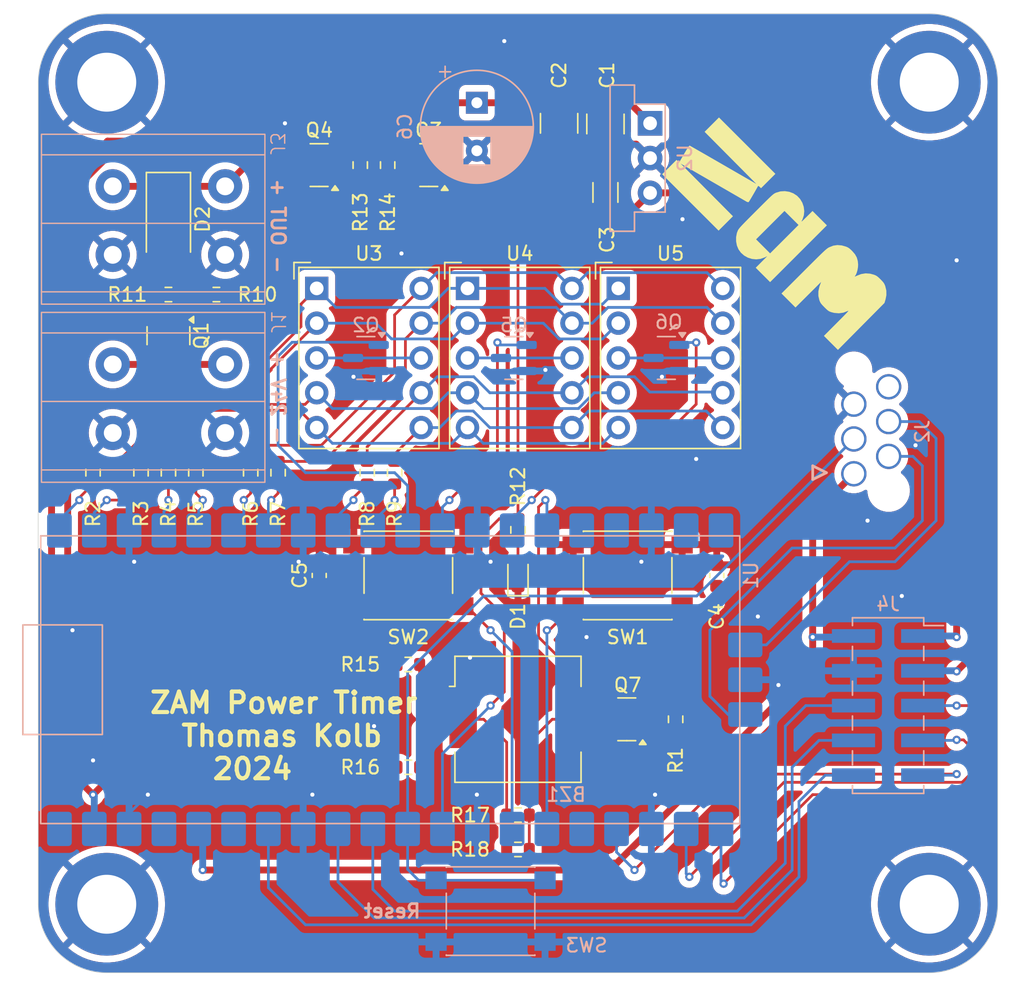
<source format=kicad_pcb>
(kicad_pcb
	(version 20240108)
	(generator "pcbnew")
	(generator_version "8.0")
	(general
		(thickness 1.6)
		(legacy_teardrops no)
	)
	(paper "A4")
	(title_block
		(comment 4 "AISLER Project ID: TXKPMJIY")
	)
	(layers
		(0 "F.Cu" signal)
		(31 "B.Cu" signal)
		(32 "B.Adhes" user "B.Adhesive")
		(33 "F.Adhes" user "F.Adhesive")
		(34 "B.Paste" user)
		(35 "F.Paste" user)
		(36 "B.SilkS" user "B.Silkscreen")
		(37 "F.SilkS" user "F.Silkscreen")
		(38 "B.Mask" user)
		(39 "F.Mask" user)
		(40 "Dwgs.User" user "User.Drawings")
		(41 "Cmts.User" user "User.Comments")
		(42 "Eco1.User" user "User.Eco1")
		(43 "Eco2.User" user "User.Eco2")
		(44 "Edge.Cuts" user)
		(45 "Margin" user)
		(46 "B.CrtYd" user "B.Courtyard")
		(47 "F.CrtYd" user "F.Courtyard")
		(48 "B.Fab" user)
		(49 "F.Fab" user)
		(50 "User.1" user)
		(51 "User.2" user)
		(52 "User.3" user)
		(53 "User.4" user)
		(54 "User.5" user)
		(55 "User.6" user)
		(56 "User.7" user)
		(57 "User.8" user)
		(58 "User.9" user)
	)
	(setup
		(stackup
			(layer "F.SilkS"
				(type "Top Silk Screen")
			)
			(layer "F.Paste"
				(type "Top Solder Paste")
			)
			(layer "F.Mask"
				(type "Top Solder Mask")
				(thickness 0.01)
			)
			(layer "F.Cu"
				(type "copper")
				(thickness 0.035)
			)
			(layer "dielectric 1"
				(type "core")
				(thickness 1.51)
				(material "FR4")
				(epsilon_r 4.5)
				(loss_tangent 0.02)
			)
			(layer "B.Cu"
				(type "copper")
				(thickness 0.035)
			)
			(layer "B.Mask"
				(type "Bottom Solder Mask")
				(thickness 0.01)
			)
			(layer "B.Paste"
				(type "Bottom Solder Paste")
			)
			(layer "B.SilkS"
				(type "Bottom Silk Screen")
			)
			(copper_finish "None")
			(dielectric_constraints no)
		)
		(pad_to_mask_clearance 0)
		(allow_soldermask_bridges_in_footprints no)
		(grid_origin 61 124)
		(pcbplotparams
			(layerselection 0x00010fc_ffffffff)
			(plot_on_all_layers_selection 0x0000000_00000000)
			(disableapertmacros no)
			(usegerberextensions no)
			(usegerberattributes yes)
			(usegerberadvancedattributes yes)
			(creategerberjobfile yes)
			(dashed_line_dash_ratio 12.000000)
			(dashed_line_gap_ratio 3.000000)
			(svgprecision 4)
			(plotframeref no)
			(viasonmask no)
			(mode 1)
			(useauxorigin no)
			(hpglpennumber 1)
			(hpglpenspeed 20)
			(hpglpendiameter 15.000000)
			(pdf_front_fp_property_popups yes)
			(pdf_back_fp_property_popups yes)
			(dxfpolygonmode yes)
			(dxfimperialunits yes)
			(dxfusepcbnewfont yes)
			(psnegative no)
			(psa4output no)
			(plotreference yes)
			(plotvalue yes)
			(plotfptext yes)
			(plotinvisibletext no)
			(sketchpadsonfab no)
			(subtractmaskfromsilk no)
			(outputformat 1)
			(mirror no)
			(drillshape 1)
			(scaleselection 1)
			(outputdirectory "")
		)
	)
	(net 0 "")
	(net 1 "Net-(BZ1--)")
	(net 2 "Net-(BZ1-+)")
	(net 3 "+24V")
	(net 4 "GND")
	(net 5 "+5V")
	(net 6 "Net-(U1-GP20)")
	(net 7 "Net-(U1-GP21)")
	(net 8 "Net-(D1-A)")
	(net 9 "Net-(D2-K)")
	(net 10 "Net-(J1-Pin_1)")
	(net 11 "Net-(J2-SWCLK)")
	(net 12 "unconnected-(J2-SWO-Pad6)")
	(net 13 "Net-(J2-~{RESET})")
	(net 14 "Net-(J2-SWDIO)")
	(net 15 "+3.3V")
	(net 16 "/EXP2")
	(net 17 "/EXP3")
	(net 18 "/EXP4")
	(net 19 "/EXP1")
	(net 20 "/EXP6")
	(net 21 "/EXP5")
	(net 22 "Net-(Q1-G)")
	(net 23 "Net-(Q2-D)")
	(net 24 "/SSEG_MUX_1")
	(net 25 "Net-(Q3-D)")
	(net 26 "Net-(Q3-G)")
	(net 27 "Net-(Q4-G)")
	(net 28 "Net-(Q5-D)")
	(net 29 "/SSEG_MUX_2")
	(net 30 "Net-(Q6-D)")
	(net 31 "/SSEG_MUX_3")
	(net 32 "Net-(Q7-G)")
	(net 33 "Net-(U1-GP11)")
	(net 34 "/SSEG_A")
	(net 35 "Net-(U1-GP0)")
	(net 36 "Net-(U1-GP1)")
	(net 37 "/SSEG_B")
	(net 38 "Net-(U1-GP2)")
	(net 39 "/SSEG_C")
	(net 40 "/SSEG_D")
	(net 41 "Net-(U1-GP3)")
	(net 42 "Net-(U1-GP4)")
	(net 43 "/SSEG_E")
	(net 44 "Net-(U1-GP5)")
	(net 45 "/SSEG_F")
	(net 46 "/SSEG_G")
	(net 47 "Net-(U1-GP6)")
	(net 48 "/SSEG_DP")
	(net 49 "Net-(U1-GP7)")
	(net 50 "unconnected-(U1-GP19-Pad25)")
	(net 51 "unconnected-(U1-GP15-Pad20)")
	(net 52 "unconnected-(U1-ADC_VREF-Pad35)")
	(net 53 "unconnected-(U1-GP14-Pad19)")
	(net 54 "unconnected-(U1-3V3_EN-Pad37)")
	(net 55 "unconnected-(U1-GP12-Pad16)")
	(net 56 "unconnected-(U1-VBUS-Pad40)")
	(net 57 "unconnected-(U1-GP13-Pad17)")
	(footprint "MountingHole:MountingHole_4.3mm_M4_DIN965_Pad" (layer "F.Cu") (at 66 59))
	(footprint "Symbol:ZAM-Logo-20x8mm" (layer "F.Cu") (at 115 70 -45))
	(footprint "Resistor_SMD:R_0603_1608Metric" (layer "F.Cu") (at 70.5 87.5 -90))
	(footprint "Resistor_SMD:R_0603_1608Metric" (layer "F.Cu") (at 78.5 87.5 -90))
	(footprint "Resistor_SMD:R_0603_1608Metric" (layer "F.Cu") (at 88 109 180))
	(footprint "Capacitor_SMD:C_1206_3216Metric" (layer "F.Cu") (at 102.38 67.0475 90))
	(footprint "Resistor_SMD:R_0603_1608Metric" (layer "F.Cu") (at 85 87.5 -90))
	(footprint "Package_TO_SOT_SMD:SOT-23" (layer "F.Cu") (at 81.492502 65.05 180))
	(footprint "Display_7Segment:Sx39-1xxxxx" (layer "F.Cu") (at 92.3175 74.0475))
	(footprint "Buzzer_Beeper:Buzzer_CUI_CPT-9019S-SMT" (layer "F.Cu") (at 96 105.5))
	(footprint "Resistor_SMD:R_0603_1608Metric" (layer "F.Cu") (at 65 87.5 -90))
	(footprint "Resistor_SMD:R_0603_1608Metric" (layer "F.Cu") (at 87 87.5 -90))
	(footprint "Resistor_SMD:R_0603_1608Metric" (layer "F.Cu") (at 74 74.5))
	(footprint "Resistor_SMD:R_0603_1608Metric" (layer "F.Cu") (at 76.5 87.5 -90))
	(footprint "Resistor_SMD:R_0603_1608Metric" (layer "F.Cu") (at 96 91.675 -90))
	(footprint "Package_TO_SOT_SMD:SOT-23" (layer "F.Cu") (at 70.5 77.5 -90))
	(footprint "Capacitor_SMD:C_0603_1608Metric" (layer "F.Cu") (at 110.5 95 90))
	(footprint "Capacitor_SMD:C_1210_3225Metric" (layer "F.Cu") (at 99 62 -90))
	(footprint "Resistor_SMD:R_0603_1608Metric" (layer "F.Cu") (at 68.5 87.5 -90))
	(footprint "MountingHole:MountingHole_4.3mm_M4_DIN965_Pad" (layer "F.Cu") (at 126 59))
	(footprint "Resistor_SMD:R_0603_1608Metric" (layer "F.Cu") (at 96 115 180))
	(footprint "Display_7Segment:Sx39-1xxxxx" (layer "F.Cu") (at 103.3175 74.0475))
	(footprint "Diode_SMD:D_MELF" (layer "F.Cu") (at 70.5 69 -90))
	(footprint "Button_Switch_SMD:SW_Push_1P1T_NO_6x6mm_H9.5mm" (layer "F.Cu") (at 104 95))
	(footprint "LED_SMD:LED_0603_1608Metric" (layer "F.Cu") (at 96 95 90))
	(footprint "Capacitor_SMD:C_0603_1608Metric" (layer "F.Cu") (at 81.5 95 90))
	(footprint "Package_TO_SOT_SMD:SOT-23" (layer "F.Cu") (at 89.492502 65.05 180))
	(footprint "Resistor_SMD:R_0603_1608Metric" (layer "F.Cu") (at 86.492502 65.05 90))
	(footprint "MountingHole:MountingHole_4.3mm_M4_DIN965_Pad" (layer "F.Cu") (at 66 119))
	(footprint "Resistor_SMD:R_0603_1608Metric" (layer "F.Cu") (at 72.5 87.5 -90))
	(footprint "Resistor_SMD:R_0603_1608Metric" (layer "F.Cu") (at 70.5 74.5))
	(footprint "Display_7Segment:Sx39-1xxxxx" (layer "F.Cu") (at 81.3175 74.0475))
	(footprint "Capacitor_SMD:C_1210_3225Metric" (layer "F.Cu") (at 102.38 62.0475 -90))
	(footprint "Button_Switch_SMD:SW_Push_1P1T_NO_6x6mm_H9.5mm" (layer "F.Cu") (at 88 95))
	(footprint "Resistor_SMD:R_0603_1608Metric" (layer "F.Cu") (at 107.5 105.5 90))
	(footprint "Resistor_SMD:R_0603_1608Metric" (layer "F.Cu") (at 84.492502 65.05 -90))
	(footprint "Resistor_SMD:R_0603_1608Metric" (layer "F.Cu") (at 88 101.5 180))
	(footprint "Resistor_SMD:R_0603_1608Metric" (layer "F.Cu") (at 96 112.49 180))
	(footprint "Package_TO_SOT_SMD:SOT-23" (layer "F.Cu") (at 103.9375 105.5 180))
	(footprint "MountingHole:MountingHole_4.3mm_M4_DIN965_Pad" (layer "F.Cu") (at 126 119))
	(footprint "Connector_Wuerth:Wuerth_WR-WST_490107670612_2x03_P2.54mm_Debug" (layer "B.Cu") (at 121.77 84.405 -90))
	(footprint "Connector_Wago:Wago_2604-1102_1x02_P5.00mm_Horizontal" (layer "B.Cu") (at 77.5375 87.3 90))
	(footprint "Package_TO_SOT_SMD:SOT-23"
		(layer "B.Cu")
		(uuid "1f5bc6a8-6d0c-4367-9be4-3137299a4813")
		(at 106.825 79.1275 180)
		(descr "SOT, 3 Pin (https://www.jedec.org/system/files/docs/to-236h.pdf variant AB), generated with kicad-footprint-generator ipc_gullwing_generator.py")
		(tags "SOT TO_SOT_SMD")
		(property "Reference" "Q6"
			(at -0.175 2.6275 180)
			(layer "B.SilkS")
			(uuid "c2f940c4-4fad-49a8-aa61-088edfcaf731")
			(effects
				(font
					(size 1 1)
					(thickness 0.15)
				)
				(justify mirror)
			)
		)
		(property "Value" "2N7002"
			(at 0 -2.4 180)
			(layer "B.Fab")
			(uuid "8d3ee99a-cab0-4433-adfd-97ffd0d5d2f0")
			(effects
				(font
					(size 1 1)
					(thickness 0.15)
				)
				(justify mirror)
			)
		)
		(property "Footprint" "Package_TO_SOT_SMD:SOT-23"
			(at 0 0 0)
			(unlocked yes)
			(layer "B.Fab")
			(hide yes)
			(uuid "5fb8d603-0b90-4b79-a399-7653aa57ea09")
			(effects
				(font
					(size 1.27 1.27)
				)
				(justify mirror)
			)
		)
		(property "Datasheet" "https://www.onsemi.com/pub/Collateral/NDS7002A-D.PDF"
			(at 0 0 0)
			(unlocked yes)
			(layer "B.Fab")
			(hide yes)
			(uuid "f941a49f-d5f9-4c2f-a9ed-79a6d2ffeeb1")
			(effects
				(font
					(size 1.27 1.27)
				)
				(justify mirror)
			)
		)
		(property "Description" "0.115A Id, 60V Vds, N-Channel MOSFET, SOT-23"
			(at 0 0 0)
			(unlocked yes)
			(layer "B.Fab")
			(hide yes)
			(uuid "2e0c4808-dee4-4aa9-9e70-37ae2fe05ea6")
			(effects
				(font
					(size 1.27 1.27)
				)
				(justify mirror)
			)
		)
		(property ki_fp_filters "SOT?23*")
		(path "/09910579-4adf-44c6-9a45-742e7109ec48")
		(sheetname "Stammblatt")
		(sheetfile "ZAM_Power_Timer.kicad_sch")
		(attr smd)
		(fp_line
			(start 0.65 1.56)
			(end 0 1.56)

... [495058 chars truncated]
</source>
